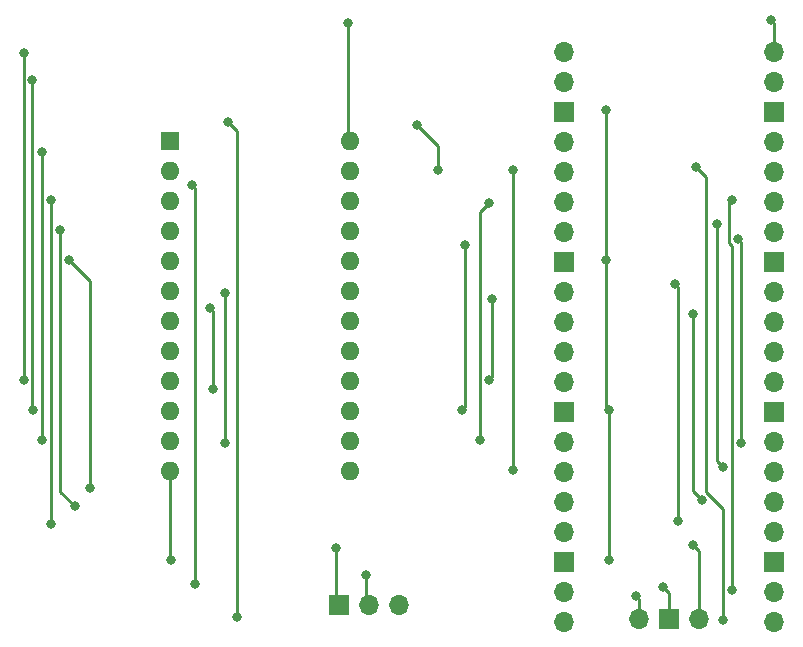
<source format=gbr>
G04 #@! TF.GenerationSoftware,KiCad,Pcbnew,5.1.5+dfsg1-2build2*
G04 #@! TF.CreationDate,2023-01-08T20:57:23+00:00*
G04 #@! TF.ProjectId,rom-reader,726f6d2d-7265-4616-9465-722e6b696361,rev?*
G04 #@! TF.SameCoordinates,Original*
G04 #@! TF.FileFunction,Copper,L2,Bot*
G04 #@! TF.FilePolarity,Positive*
%FSLAX46Y46*%
G04 Gerber Fmt 4.6, Leading zero omitted, Abs format (unit mm)*
G04 Created by KiCad (PCBNEW 5.1.5+dfsg1-2build2) date 2023-01-08 20:57:23*
%MOMM*%
%LPD*%
G04 APERTURE LIST*
%ADD10O,1.700000X1.700000*%
%ADD11R,1.700000X1.700000*%
%ADD12O,1.600000X1.600000*%
%ADD13R,1.600000X1.600000*%
%ADD14C,0.800000*%
%ADD15C,0.250000*%
G04 APERTURE END LIST*
D10*
X34290000Y-34544000D03*
X31750000Y-34544000D03*
D11*
X29210000Y-34544000D03*
D10*
X59690000Y-35685600D03*
D11*
X57150000Y-35685600D03*
D10*
X54610000Y-35685600D03*
X66040000Y12344400D03*
X66040000Y9804400D03*
D11*
X66040000Y7264400D03*
D10*
X66040000Y4724400D03*
X66040000Y2184400D03*
X66040000Y-355600D03*
X66040000Y-2895600D03*
D11*
X66040000Y-5435600D03*
D10*
X66040000Y-7975600D03*
X66040000Y-10515600D03*
X66040000Y-13055600D03*
X66040000Y-15595600D03*
D11*
X66040000Y-18135600D03*
D10*
X66040000Y-20675600D03*
X66040000Y-23215600D03*
X66040000Y-25755600D03*
X66040000Y-28295600D03*
D11*
X66040000Y-30835600D03*
D10*
X66040000Y-33375600D03*
X66040000Y-35915600D03*
X48260000Y-35915600D03*
X48260000Y-33375600D03*
D11*
X48260000Y-30835600D03*
D10*
X48260000Y-28295600D03*
X48260000Y-25755600D03*
X48260000Y-23215600D03*
X48260000Y-20675600D03*
D11*
X48260000Y-18135600D03*
D10*
X48260000Y-15595600D03*
X48260000Y-13055600D03*
X48260000Y-10515600D03*
X48260000Y-7975600D03*
D11*
X48260000Y-5435600D03*
D10*
X48260000Y-2895600D03*
X48260000Y-355600D03*
X48260000Y2184400D03*
X48260000Y4724400D03*
D11*
X48260000Y7264400D03*
D10*
X48260000Y9804400D03*
X48260000Y12344400D03*
D12*
X30183401Y4774999D03*
X14943401Y-23165001D03*
X30183401Y2234999D03*
X14943401Y-20625001D03*
X30183401Y-305001D03*
X14943401Y-18085001D03*
X30183401Y-2845001D03*
X14943401Y-15545001D03*
X30183401Y-5385001D03*
X14943401Y-13005001D03*
X30183401Y-7925001D03*
X14943401Y-10465001D03*
X30183401Y-10465001D03*
X14943401Y-7925001D03*
X30183401Y-13005001D03*
X14943401Y-5385001D03*
X30183401Y-15545001D03*
X14943401Y-2845001D03*
X30183401Y-18085001D03*
X14943401Y-305001D03*
X30183401Y-20625001D03*
X14943401Y2234999D03*
X30183401Y-23165001D03*
D13*
X14943401Y4774999D03*
D14*
X20574000Y-35560000D03*
X19812000Y6350000D03*
X17018000Y-32766000D03*
X16764000Y1016000D03*
X4826000Y-27686000D03*
X4826000Y-254000D03*
X6858000Y-26162000D03*
X5588000Y-2794000D03*
X8128000Y-24638000D03*
X6350000Y-5334000D03*
X19558000Y-20828000D03*
X19558000Y-8128000D03*
X18542000Y-16256000D03*
X18288000Y-9398000D03*
X2540000Y12192000D03*
X2540000Y-15494000D03*
X3265000Y9906000D03*
X3302000Y-18034000D03*
X4064000Y3810000D03*
X4064000Y-20574000D03*
X61722000Y-35814000D03*
X59436000Y2540000D03*
X35814000Y6096000D03*
X37592000Y2286000D03*
X62484000Y-33274000D03*
X62484000Y-254000D03*
X61722000Y-22860000D03*
X61214000Y-2286000D03*
X63246000Y-20828000D03*
X62992000Y-3556000D03*
X57912000Y-27432000D03*
X57658000Y-7366000D03*
X59944000Y-25654000D03*
X59182000Y-9906000D03*
X42164000Y-8636000D03*
X41910000Y-15494000D03*
X39878000Y-4064000D03*
X39624000Y-18034000D03*
X41910000Y-508000D03*
X41148000Y-20574000D03*
X43942000Y2286000D03*
X43942000Y-23114000D03*
X65786000Y14986000D03*
X29972000Y14732000D03*
X14986000Y-30734000D03*
X51816000Y7366000D03*
X51816000Y-5334000D03*
X52070000Y-18034000D03*
X52070000Y-30734000D03*
X59182000Y-29464000D03*
X28956000Y-29718000D03*
X56642000Y-33020000D03*
X31496000Y-32004000D03*
X54356000Y-33782000D03*
D15*
X20574000Y5588000D02*
X19812000Y6350000D01*
X20574000Y-35560000D02*
X20574000Y5588000D01*
X17018000Y762000D02*
X16764000Y1016000D01*
X17018000Y-32766000D02*
X17018000Y762000D01*
X4826000Y-27686000D02*
X4826000Y-254000D01*
X5624999Y-2830999D02*
X5588000Y-2794000D01*
X5624999Y-24928999D02*
X5624999Y-2830999D01*
X6858000Y-26162000D02*
X5624999Y-24928999D01*
X8128000Y-7112000D02*
X6350000Y-5334000D01*
X8128000Y-24638000D02*
X8128000Y-7112000D01*
X19558000Y-20828000D02*
X19558000Y-8128000D01*
X18542000Y-9652000D02*
X18288000Y-9398000D01*
X18542000Y-16256000D02*
X18542000Y-9652000D01*
X2540000Y12192000D02*
X2540000Y-15494000D01*
X3265000Y-17997000D02*
X3302000Y-18034000D01*
X3265000Y9906000D02*
X3265000Y-17997000D01*
X4064000Y3810000D02*
X4064000Y-20574000D01*
X60292001Y1683999D02*
X59436000Y2540000D01*
X60292001Y-24928999D02*
X60292001Y1683999D01*
X61722000Y-26358998D02*
X60292001Y-24928999D01*
X61722000Y-35814000D02*
X61722000Y-26358998D01*
X37592000Y4318000D02*
X37592000Y2286000D01*
X35814000Y6096000D02*
X37592000Y4318000D01*
X62266999Y-471001D02*
X62484000Y-254000D01*
X62266999Y-3904001D02*
X62266999Y-471001D01*
X62484000Y-4121002D02*
X62266999Y-3904001D01*
X62484000Y-33274000D02*
X62484000Y-4121002D01*
X61214000Y-22352000D02*
X61214000Y-2286000D01*
X61722000Y-22860000D02*
X61214000Y-22352000D01*
X63246000Y-3810000D02*
X62992000Y-3556000D01*
X63246000Y-20828000D02*
X63246000Y-3810000D01*
X57912000Y-7620000D02*
X57658000Y-7366000D01*
X57912000Y-27432000D02*
X57912000Y-7620000D01*
X59182000Y-24892000D02*
X59182000Y-9906000D01*
X59944000Y-25654000D02*
X59182000Y-24892000D01*
X42164000Y-15240000D02*
X41910000Y-15494000D01*
X42164000Y-8636000D02*
X42164000Y-15240000D01*
X39878000Y-17780000D02*
X39624000Y-18034000D01*
X39878000Y-4064000D02*
X39878000Y-17780000D01*
X41148000Y-1270000D02*
X41148000Y-20574000D01*
X41910000Y-508000D02*
X41148000Y-1270000D01*
X43942000Y2286000D02*
X43942000Y-23114000D01*
X66040000Y14732000D02*
X65786000Y14986000D01*
X66040000Y12344400D02*
X66040000Y14732000D01*
X29972000Y4986400D02*
X30183401Y4774999D01*
X29972000Y14732000D02*
X29972000Y4986400D01*
X14943401Y-30691401D02*
X14986000Y-30734000D01*
X14943401Y-23165001D02*
X14943401Y-30691401D01*
X51816000Y7366000D02*
X51816000Y-5334000D01*
X51816000Y-17780000D02*
X52070000Y-18034000D01*
X51816000Y-5334000D02*
X51816000Y-17780000D01*
X52070000Y-18034000D02*
X52070000Y-30734000D01*
X59690000Y-29972000D02*
X59182000Y-29464000D01*
X59690000Y-35685600D02*
X59690000Y-29972000D01*
X28956000Y-34290000D02*
X29210000Y-34544000D01*
X28956000Y-29718000D02*
X28956000Y-34290000D01*
X57150000Y-33528000D02*
X56642000Y-33020000D01*
X57150000Y-35685600D02*
X57150000Y-33528000D01*
X31496000Y-34290000D02*
X31750000Y-34544000D01*
X31496000Y-32004000D02*
X31496000Y-34290000D01*
X54610000Y-34036000D02*
X54356000Y-33782000D01*
X54610000Y-35685600D02*
X54610000Y-34036000D01*
M02*

</source>
